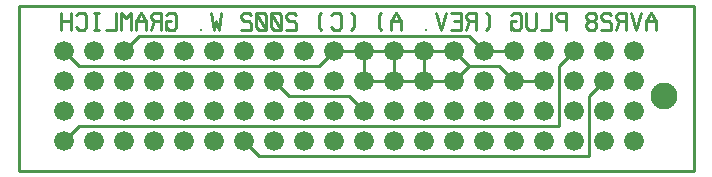
<source format=gbl>
%MOIN*%
%FSLAX25Y25*%
G04 D10 used for Character Trace; *
G04     Circle (OD=.01000) (No hole)*
G04 D11 used for Power Trace; *
G04     Circle (OD=.06700) (No hole)*
G04 D12 used for Signal Trace; *
G04     Circle (OD=.01100) (No hole)*
G04 D13 used for Via; *
G04     Circle (OD=.05800) (Round. Hole ID=.02800)*
G04 D14 used for Component hole; *
G04     Circle (OD=.06500) (Round. Hole ID=.03500)*
G04 D15 used for Component hole; *
G04     Circle (OD=.06600) (Round. Hole ID=.04200)*
G04 D16 used for Component hole; *
G04     Circle (OD=.08200) (Round. Hole ID=.05200)*
G04 D17 used for Component hole; *
G04     Circle (OD=.08950) (Round. Hole ID=.05950)*
G04 D18 used for Component hole; *
G04     Circle (OD=.11600) (Round. Hole ID=.08600)*
G04 D19 used for Component hole; *
G04     Circle (OD=.15500) (Round. Hole ID=.12500)*
G04 D20 used for Component hole; *
G04     Circle (OD=.18200) (Round. Hole ID=.15200)*
G04 D21 used for Component hole; *
G04     Circle (OD=.24300) (Round. Hole ID=.21300)*
%ADD10C,.01000*%
%ADD11C,.06700*%
%ADD12C,.01100*%
%ADD13C,.05800*%
%ADD14C,.06500*%
%ADD15C,.06600*%
%ADD16C,.08200*%
%ADD17C,.08950*%
%ADD18C,.11600*%
%ADD19C,.15500*%
%ADD20C,.18200*%
%ADD21C,.24300*%
%IPPOS*%
%LPD*%
G90*X0Y0D02*D15*X15000Y10000D03*D12*              
X20000Y15000D01*X180000D01*Y35000D01*             
X185000Y40000D01*D15*D03*X195000Y30000D03*D12*    
X190000Y25000D01*Y5000D01*X80000D01*              
X75000Y10000D01*D15*D03*X85000Y20000D03*X65000D03*
X85000Y10000D03*X75000Y20000D03*X65000Y10000D03*  
D12*X90000Y25000D02*X110000D01*X115000Y20000D01*  
D15*D03*X125000Y10000D03*Y30000D03*D12*X115000D01*
D15*D03*D12*Y40000D01*D15*D03*D12*X105000D01*D15* 
D03*D12*X100000Y35000D01*X20000D01*               
X15000Y40000D01*D15*D03*X25000Y30000D03*Y40000D03*
D10*X212511Y47129D02*Y50000D01*X210837Y52871D01*  
X209163Y50000D01*Y47129D01*X212511Y50000D02*      
X209163D01*X207511Y52871D02*X205837Y47129D01*     
X204163Y52871D01*X202511Y47129D02*Y52871D01*      
X200000D01*X199163Y51914D01*Y50957D01*            
X200000Y50000D01*X202511D01*X200000D02*           
X199163Y47129D01*X197511Y51914D02*                
X196674Y52871D01*X195000D01*X194163Y51914D01*     
Y50957D01*X195000Y50000D01*X196674D01*            
X197511Y49043D01*Y47129D01*X194163D01*            
X191674Y50000D02*X192511Y50957D01*Y51914D01*      
X191674Y52871D01*X190000D01*X189163Y51914D01*     
Y50957D01*X190000Y50000D01*X191674D01*            
X192511Y49043D01*Y48086D01*X191674Y47129D01*      
X190000D01*X189163Y48086D01*Y49043D01*            
X190000Y50000D01*X182511Y47129D02*Y52871D01*      
X180000D01*X179163Y51914D01*Y50957D01*            
X180000Y50000D01*X182511D01*X177511Y52871D02*     
Y47129D01*X174163D01*X169163Y52871D02*Y48086D01*  
X170000Y47129D01*X171674D01*X172511Y48086D01*     
Y52871D01*X164163Y48086D02*X165000Y47129D01*      
X166674D01*X167511Y48086D01*Y51914D01*            
X166674Y52871D01*X165000D01*X164163Y51914D01*     
X165837Y50000D02*X164163D01*Y47129D01*            
X155837Y52871D02*X156674Y51914D01*Y48086D01*      
X155837Y47129D01*X152511D02*Y52871D01*X150000D01* 
X149163Y51914D01*Y50957D01*X150000Y50000D01*      
X152511D01*X150000D02*X149163Y47129D01*X144163D02*
X147511D01*Y52871D01*X144163D01*X147511Y50000D02* 
X145000D01*X142511Y52871D02*X140837Y47129D01*     
X139163Y52871D01*X135837Y47129D03*X127511D02*     
Y50000D01*X125837Y52871D01*X124163Y50000D01*      
Y47129D01*X127511Y50000D02*X124163D01*            
X120837Y52871D02*X120000Y51914D01*Y48086D01*      
X120837Y47129D01*X110837Y52871D02*                
X111674Y51914D01*Y48086D01*X110837Y47129D01*      
X104163Y48086D02*X105000Y47129D01*X106674D01*     
X107511Y48086D01*Y51914D01*X106674Y52871D01*      
X105000D01*X104163Y51914D01*X100837Y52871D02*     
X100000Y51914D01*Y48086D01*X100837Y47129D01*      
X92511Y51914D02*X91674Y52871D01*X90000D01*        
X89163Y51914D01*Y50957D01*X90000Y50000D01*        
X91674D01*X92511Y49043D01*Y47129D01*X89163D01*    
X84163Y48086D02*X85000Y47129D01*X86674D01*        
X87511Y48086D01*Y51914D01*X86674Y52871D01*        
X85000D01*X84163Y51914D01*Y48086D01*              
X87511Y47129D02*X84163Y52871D01*X79163Y48086D02*  
X80000Y47129D01*X81674D01*X82511Y48086D01*        
Y51914D01*X81674Y52871D01*X80000D01*              
X79163Y51914D01*Y48086D01*X82511Y47129D02*        
X79163Y52871D01*X77511Y51914D02*X76674Y52871D01*  
X75000D01*X74163Y51914D01*Y50957D01*              
X75000Y50000D01*X76674D01*X77511Y49043D01*        
Y47129D01*X74163D01*X67511Y52871D02*              
X66674Y47129D01*X65837Y50000D01*X65000Y47129D01*  
X64163Y52871D01*X60837Y47129D03*X49163Y48086D02*  
X50000Y47129D01*X51674D01*X52511Y48086D01*        
Y51914D01*X51674Y52871D01*X50000D01*              
X49163Y51914D01*X50837Y50000D02*X49163D01*        
Y47129D01*X47511D02*Y52871D01*X45000D01*          
X44163Y51914D01*Y50957D01*X45000Y50000D01*        
X47511D01*X45000D02*X44163Y47129D01*X42511D02*    
Y50000D01*X40837Y52871D01*X39163Y50000D01*        
Y47129D01*X42511Y50000D02*X39163D01*              
X37511Y47129D02*Y52871D01*X35837Y50957D01*        
X34163Y52871D01*Y47129D01*X32511Y52871D02*        
Y47129D01*X29163D01*X25837D02*Y52871D01*          
X26674Y47129D02*X25000D01*X26674Y52871D02*        
X25000D01*X19163Y48086D02*X20000Y47129D01*        
X21674D01*X22511Y48086D01*Y51914D01*              
X21674Y52871D01*X20000D01*X19163Y51914D01*        
X17511Y47129D02*Y52871D01*X14163Y47129D02*        
Y52871D01*X17511Y50000D02*X14163D01*D15*          
X15000Y30000D03*D12*X0Y0D02*Y55000D01*Y0D02*      
X225000D01*Y55000D01*X0D01*D15*X35000Y20000D03*   
Y30000D03*Y40000D03*D12*X40000Y45000D01*          
X150000D01*X155000Y40000D01*D15*D03*D12*          
X165000D01*D15*D03*D12*Y30000D02*X160000Y35000D01*
D15*X165000Y30000D03*D12*X175000D01*D15*D03*      
X185000Y20000D03*X165000D03*X185000Y30000D03*     
X175000Y40000D03*Y20000D03*D12*X150000Y35000D02*  
X160000D01*X145000Y30000D02*X150000Y35000D01*D15* 
X145000Y30000D03*D12*X135000D01*D15*D03*D12*      
X125000D01*Y40000D01*D15*D03*D12*X115000D01*D15*  
X105000Y30000D03*D12*X125000Y40000D02*X135000D01* 
D15*D03*D12*Y30000D01*D15*X145000Y20000D03*       
Y40000D03*D12*X150000Y35000D01*D15*               
X155000Y30000D03*D12*X135000Y40000D02*X145000D01* 
D15*X155000Y20000D03*X125000D03*X135000D03*       
X165000Y10000D03*X105000D03*X115000D03*X135000D03*
X145000D03*X105000Y20000D03*X155000Y10000D03*     
X175000D03*X95000Y40000D03*Y30000D03*Y20000D03*   
Y10000D03*D12*X90000Y25000D02*X85000Y30000D01*D15*
D03*X75000Y40000D03*X85000D03*X75000Y30000D03*    
X65000Y40000D03*Y30000D03*X55000Y40000D03*        
Y30000D03*Y20000D03*Y10000D03*X45000Y40000D03*    
Y30000D03*Y20000D03*Y10000D03*X35000D03*          
X25000Y20000D03*Y10000D03*X15000Y20000D03*        
X185000Y10000D03*X195000D03*Y20000D03*Y40000D03*  
X205000Y10000D03*Y20000D03*Y30000D03*Y40000D03*   
D17*X215000Y25000D03*M02*                         

</source>
